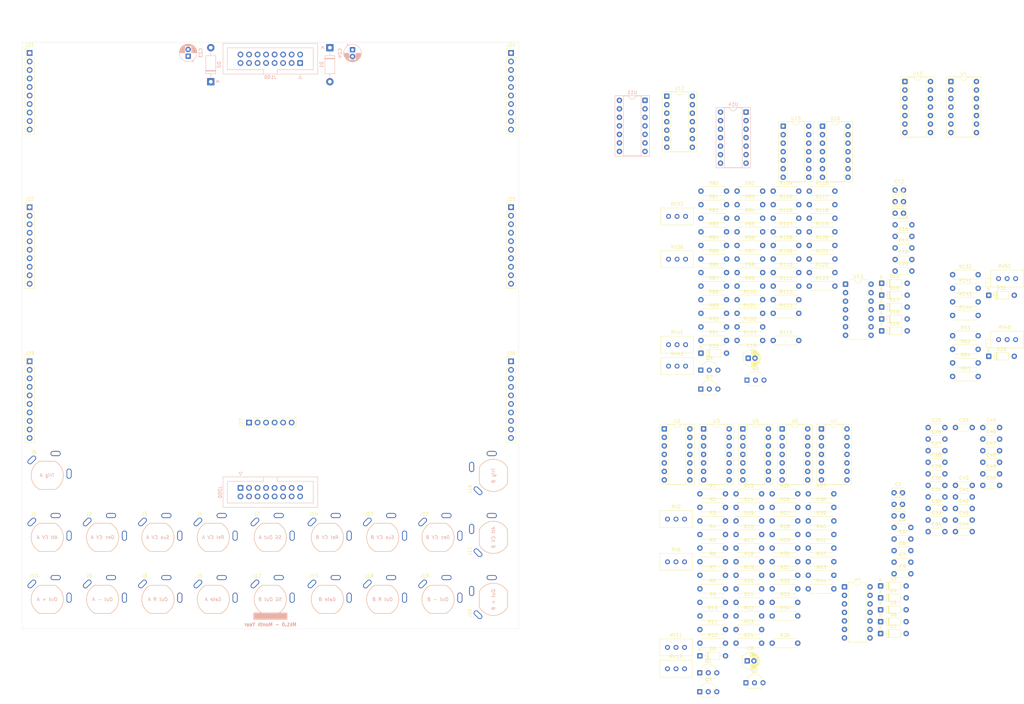
<source format=kicad_pcb>
(kicad_pcb (version 20241229) (generator "pcbnew") (generator_version "9.0")
  (title_block (rev "1") (company "DMH Instruments") (comment 1 "15cm Kosmo format synthesizer module PCB"))
  (layers (0 "F.Cu" signal) (2 "B.Cu" signal) (13 "F.Paste" user) (15 "B.Paste" user) (5 "F.SilkS" user "F.Silkscreen") (7 "B.SilkS" user "B.Silkscreen") (1 "F.Mask" user) (3 "B.Mask" user) (25 "Edge.Cuts" user))
  (net 0 "")
  (net 1 "GND")
  (net 2 "Net-(D3-A)")
  (net 3 "Net-(D4-A)")
  (net 4 "/Core Circuit A/Loop")
  (net 5 "Net-(D3-K)")
  (net 6 "/Core Circuit A/Proc Gate")
  (net 7 "Net-(D5-K)")
  (net 8 "Net-(D6-K)")
  (net 9 "Net-(D15-A)")
  (net 10 "Net-(D16-A)")
  (net 11 "Net-(D15-K)")
  (net 12 "Net-(U5B-+)")
  (net 13 "/Core Circuit B/Proc Gate")
  (net 14 "Net-(D18-K)")
  (net 15 "Net-(D17-K)")
  (net 16 "+12V")
  (net 17 "-12V")
  (net 18 "Net-(D1-K)")
  (net 19 "Net-(D2-A)")
  (net 20 "Net-(D5-A)")
  (net 21 "Net-(D6-A)")
  (net 22 "Net-(D7-A)")
  (net 23 "Net-(D7-K)")
  (net 24 "Net-(D8-A)")
  (net 25 "Net-(D17-A)")
  (net 26 "Net-(D18-A)")
  (net 27 "Net-(D19-K)")
  (net 28 "Net-(D19-A)")
  (net 29 "Net-(D20-A)")
  (net 30 "Net-(J200-Pin_9)")
  (net 31 "Net-(J200-Pin_10)")
  (net 32 "Net-(J200-Pin_11)")
  (net 33 "Net-(J200-Pin_12)")
  (net 34 "/Inputs and Outputs A/Gate A TN")
  (net 35 "/Core Circuit A/Gate")
  (net 36 "/Core Circuit A/Trig")
  (net 37 "Net-(J200-Pin_1)")
  (net 38 "Net-(J200-Pin_2)")
  (net 39 "/Extra Features A/SG Out")
  (net 40 "/Extra Features A/Out R")
  (net 41 "Net-(J200-Pin_3)")
  (net 42 "Net-(U5D-+)")
  (net 43 "Net-(J200-Pin_5)")
  (net 44 "/Core Circuit A/Out")
  (net 45 "/Core Circuit A/Att CV")
  (net 46 "/Core Circuit A/Dec CV")
  (net 47 "/Core Circuit A/Sus CV")
  (net 48 "/Core Circuit A/Rel CV")
  (net 49 "/Core Circuit B/Gate")
  (net 50 "/Core Circuit B/Trig")
  (net 51 "/Inputs and Outputs A/SG Out B")
  (net 52 "/Extra Features B/SG Out")
  (net 53 "/Inputs and Outputs A/Out R B")
  (net 54 "/Extra Features B/Out R")
  (net 55 "/Inputs and Outputs A/Out - B")
  (net 56 "/Inputs and Outputs A/Out + B")
  (net 57 "/Core Circuit B/Out")
  (net 63 "Net-(Q1-C)")
  (net 64 "Net-(Q1-B)")
  (net 65 "/Core Circuit A/Sus Level")
  (net 66 "Net-(Q2-B)")
  (net 67 "Net-(Q2-C)")
  (net 68 "Net-(Q2-E)")
  (net 69 "Net-(Q3-C)")
  (net 70 "Net-(Q3-B)")
  (net 71 "Net-(Q5-C)")
  (net 72 "Net-(Q5-B)")
  (net 73 "/Core Circuit B/Sus Level")
  (net 74 "Net-(Q6-B)")
  (net 75 "Net-(Q6-C)")
  (net 76 "Net-(Q6-E)")
  (net 77 "Net-(Q7-C)")
  (net 78 "Net-(Q7-B)")
  (net 79 "Net-(R12-Pad2)")
  (net 80 "/Core Circuit B/Loop")
  (net 81 "Net-(R14-Pad1)")
  (net 82 "Net-(U14B-+)")
  (net 83 "Net-(R20-Pad1)")
  (net 84 "Main Cap")
  (net 85 "Net-(R25-Pad1)")
  (net 86 "Net-(R27-Pad1)")
  (net 87 "Net-(U14D-+)")
  (net 88 "/Core Circuit A/Rel Proc CV")
  (net 89 "Net-(R32-Pad2)")
  (net 90 "Net-(R33-Pad1)")
  (net 91 "Net-(R38-Pad1)")
  (net 92 "Net-(R42-Pad2)")
  (net 93 "/Core Circuit A/Att Logic")
  (net 94 "/Core Circuit A/Dec Logic")
  (net 95 "/Core Circuit A/Rel Logic")
  (net 96 "Net-(R88-Pad1)")
  (net 97 "Net-(R93-Pad1)")
  (net 98 "Net-(R99-Pad1)")
  (net 99 "Net-(R104-Pad1)")
  (net 100 "Net-(R106-Pad1)")
  (net 101 "Net-(D29-A)")
  (net 102 "/Core Circuit B/Sus CV")
  (net 103 "Net-(R109-Pad1)")
  (net 104 "/Core Circuit B/Rel Proc CV")
  (net 105 "Net-(R111-Pad2)")
  (net 106 "Net-(R112-Pad1)")
  (net 107 "Net-(D30-A)")
  (net 108 "Net-(U6C--)")
  (net 109 "Net-(R117-Pad1)")
  (net 110 "Net-(U6B--)")
  (net 111 "Net-(R121-Pad2)")
  (net 112 "Net-(U5A--)")
  (net 113 "Net-(U7A--)")
  (net 114 "/Core Circuit B/Att Logic")
  (net 115 "/Core Circuit B/Dec Logic")
  (net 116 "/Core Circuit B/Rel Logic")
  (net 117 "Net-(U7C--)")
  (net 118 "/Core Circuit B/Att CV")
  (net 119 "/Core Circuit B/Dec CV")
  (net 120 "/Core Circuit B/Rel CV")
  (net 121 "Net-(U7B--)")
  (net 122 "Net-(U7D--)")
  (net 123 "Net-(U15C--)")
  (net 124 "Net-(U15B--)")
  (net 125 "Net-(U14A--)")
  (net 126 "Net-(U16A--)")
  (net 127 "Net-(U16C--)")
  (net 128 "Net-(U16B--)")
  (net 129 "Net-(U16D--)")
  (net 130 "Net-(U2-Pad3)")
  (net 131 "Net-(U2-Pad13)")
  (net 132 "Net-(J27C-Pin_3)")
  (net 133 "Net-(U3-Pad4)")
  (net 136 "Net-(U11-Pad3)")
  (net 137 "Net-(U11-Pad13)")
  (net 138 "Net-(U12-Pad4)")
  (net 139 "Net-(J27D-Pin_4)")
  (net 142 "Net-(J22G-Pin_7)")
  (net 143 "Net-(J25G-Pin_7)")
  (net 144 "Net-(J21D-Pin_4)")
  (net 145 "Net-(J21E-Pin_5)")
  (net 146 "Net-(J21H-Pin_8)")
  (net 147 "Net-(J21I-Pin_9)")
  (net 148 "Net-(J27A-Pin_1)")
  (net 149 "Net-(J24D-Pin_4)")
  (net 150 "Net-(J24E-Pin_5)")
  (net 151 "Net-(J24H-Pin_8)")
  (net 152 "Net-(J24I-Pin_9)")
  (net 153 "Net-(J27F-Pin_6)")
  (net 154 "Net-(J22F-Pin_6)")
  (net 155 "Net-(J22C-Pin_3)")
  (net 156 "Net-(J22D-Pin_4)")
  (net 157 "Net-(J22E-Pin_5)")
  (net 158 "Net-(J23G-Pin_7)")
  (net 159 "Net-(J23H-Pin_8)")
  (net 160 "Net-(J25C-Pin_3)")
  (net 161 "Net-(J25F-Pin_6)")
  (net 162 "Net-(J25D-Pin_4)")
  (net 163 "Net-(J26H-Pin_8)")
  (net 164 "Net-(J26G-Pin_7)")
  (net 165 "Net-(U1A--)")
  (net 166 "Net-(U1B-+)")
  (net 167 "Net-(U1A-+)")
  (net 168 "Net-(U10A--)")
  (net 169 "Net-(U10B-+)")
  (net 170 "Net-(U10A-+)")
  (net 171 "Net-(J23E-Pin_5)")
  (net 172 "Net-(J26E-Pin_5)")
  (net 173 "Net-(J23D-Pin_4)")
  (net 174 "Net-(J26D-Pin_4)")
  (net 175 "Net-(J23B-Pin_2)")
  (net 176 "Net-(U1D--)")
  (net 177 "Net-(U1C--)")
  (net 178 "Net-(J26B-Pin_2)")
  (net 179 "Net-(U10C--)")
  (net 180 "Net-(R62-Pad1)")
  (net 181 "Net-(R64-Pad2)")
  (net 182 "Net-(U10D--)")
  (net 183 "Net-(R141-Pad1)")
  (net 184 "Net-(R143-Pad2)")
  (footprint "Package_DIP:DIP-14_W7.62mm_Socket" (layer "F.Cu") (at 252.57 157.885)
    (property "Reference" "U6")
    (property "Value" "TL074")
  )
  (footprint "Resistor_THT:R_Axial_DIN0207_L6.3mm_D2.5mm_P7.62mm_Horizontal" (layer "F.Cu") (at 260.68 115.31)
    (property "Reference" "R123")
    (property "Value" "10k")
  )
  (footprint "Capacitor_THT:C_Disc_D4.3mm_W1.9mm_P5.00mm" (layer "F.Cu") (at 312.39 164.395)
    (property "Reference" "C47")
    (property "Value" "100nF")
  )
  (footprint "Resistor_THT:R_Axial_DIN0207_L6.3mm_D2.5mm_P7.62mm_Horizontal" (layer "F.Cu") (at 228.06 217.755)
    (property "Reference" "R11")
    (property "Value" "10k")
  )
  (footprint "Resistor_THT:R_Axial_DIN0207_L6.3mm_D2.5mm_P7.62mm_Horizontal" (layer "F.Cu") (at 249.91 95.06)
    (property "Reference" "R106")
    (property "Value" "470R")
  )
  (footprint "Resistor_THT:R_Axial_DIN0207_L6.3mm_D2.5mm_P7.62mm_Horizontal" (layer "F.Cu") (at 238.83 205.605)
    (property "Reference" "R20")
    (property "Value" "300k")
  )
  (footprint "Resistor_THT:R_Axial_DIN0207_L6.3mm_D2.5mm_P7.62mm_Horizontal" (layer "F.Cu") (at 238.83 209.655)
    (property "Reference" "R21")
    (property "Value" "390k")
  )
  (footprint "Resistor_THT:R_Axial_DIN0207_L6.3mm_D2.5mm_P7.62mm_Horizontal" (layer "F.Cu") (at 260.68 91.01)
    (property "Reference" "R117")
    (property "Value" "10k")
  )
  (footprint "Resistor_THT:R_Axial_DIN0207_L6.3mm_D2.5mm_P7.62mm_Horizontal" (layer "F.Cu") (at 239.14 107.21)
    (property "Reference" "R97")
    (property "Value" "10k")
  )
  (footprint "Resistor_THT:R_Axial_DIN0207_L6.3mm_D2.5mm_P7.62mm_Horizontal" (layer "F.Cu") (at 228.37 107.21)
    (property "Reference" "R85")
    (property "Value" "1M")
  )
  (footprint "Capacitor_THT:C_Disc_D4.3mm_W1.9mm_P5.00mm" (layer "F.Cu") (at 285.94 197.655)
    (property "Reference" "C7")
    (property "Value" "1uF")
  )
  (footprint "Resistor_THT:R_Axial_DIN0207_L6.3mm_D2.5mm_P7.62mm_Horizontal" (layer "F.Cu") (at 239.14 111.26)
    (property "Reference" "R98")
    (property "Value" "100k")
  )
  (footprint "Resistor_THT:R_Axial_DIN0207_L6.3mm_D2.5mm_P7.62mm_Horizontal" (layer "F.Cu") (at 228.37 95.06)
    (property "Reference" "R82")
    (property "Value" "22k")
  )
  (footprint "Diode_THT:D_DO-35_SOD27_P7.62mm_Horizontal" (layer "F.Cu") (at 314.15 136.23)
    (property "Reference" "D29")
    (property "Value" "1N4148")
  )
  (footprint "SynthStuff:CUI_MJ-63052A" (layer "F.Cu") (at 150 208.75)
    (property "Reference" "J19")
    (property "Value" "TS_Jack_6.35mm_Sw")
  )
  (footprint "Resistor_THT:R_Axial_DIN0207_L6.3mm_D2.5mm_P7.62mm_Horizontal" (layer "F.Cu") (at 228.37 131.51)
    (property "Reference" "R91")
    (property "Value" "10k")
  )
  (footprint "SynthStuff:CUI_MJ-63052A" (layer "F.Cu") (at 117 190.25)
    (property "Reference" "J14")
    (property "Value" "TS_Jack_6.35mm_Sw")
  )
  (footprint "Connector_PinHeader_2.54mm:PinHeader_1x06_P2.54mm_Vertical" (layer "F.Cu") (at 93.65 156 90)
    (property "Reference" "J27")
    (property "Value" "Conn_01x06_PinHeader")
  )
  (footprint "Resistor_THT:R_Axial_DIN0207_L6.3mm_D2.5mm_P7.62mm_Horizontal" (layer "F.Cu") (at 260.37 185.355)
    (property "Reference" "R39")
    (property "Value" "499k")
  )
  (footprint "Capacitor_THT:C_Disc_D4.3mm_W1.9mm_P5.00mm" (layer "F.Cu") (at 296.09 174.745)
    (property "Reference" "C30")
    (property "Value" "100nF")
  )
  (footprint "Capacitor_THT:C_Disc_D4.3mm_W1.9mm_P5.00mm" (layer "F.Cu") (at 296.09 185.095)
    (property "Reference" "C33")
    (property "Value" "100nF")
  )
  (footprint "Resistor_THT:R_Axial_DIN0207_L6.3mm_D2.5mm_P7.62mm_Horizontal" (layer "F.Cu") (at 239.14 95.06)
    (property "Reference" "R94")
    (property "Value" "100k")
  )
  (footprint "SynthStuff:CUI_MJ-63052A" (layer "F.Cu") (at 66.5 190.25)
    (property "Reference" "J3")
    (property "Value" "TS_Jack_6.35mm_Sw")
  )
  (footprint "SynthStuff:CUI_MJ-63052A" (layer "F.Cu") (at 33.5 190.25)
    (property "Reference" "J1")
    (property "Value" "TS_Jack_6.35mm_Sw")
  )
  (footprint "Resistor_THT:R_Axial_DIN0207_L6.3mm_D2.5mm_P7.62mm_Horizontal" (layer "F.Cu") (at 238.83 185.355)
    (property "Reference" "R15")
    (property "Value" "100k")
  )
  (footprint "Resistor_THT:R_Axial_DIN0207_L6.3mm_D2.5mm_P7.62mm_Horizontal" (layer "F.Cu") (at 249.6 177.255)
    (property "Reference" "R25")
    (property "Value" "100k")
  )
  (footprint "Diode_THT:D_DO-35_SOD27_P7.62mm_Horizontal" (layer "F.Cu") (at 281.92 204.745)
    (property "Reference" "D3")
    (property "Value" "1N4148")
  )
  (footprint "Potentiometer_THT:Potentiometer_Bourns_3296X_Horizontal" (layer "F.Cu") (at 322.18 131.26)
    (property "Reference" "RV48")
    (property "Value" "100k")
  )
  (footprint "Resistor_THT:R_Axial_DIN0207_L6.3mm_D2.5mm_P7.62mm_Horizontal" (layer "F.Cu") (at 260.68 107.21)
    (property "Reference" "R121")
    (property "Value" "300k")
  )
  (footprint "Resistor_THT:R_Axial_DIN0207_L6.3mm_D2.5mm_P7.62mm_Horizontal" (layer "F.Cu") (at 239.14 115.31)
    (property "Reference" "R99")
    (property "Value" "300k")
  )
  (footprint "Potentiometer_THT:Potentiometer_Bourns_3296W_Vertical" (layer "F.Cu") (at 223.48 229.455)
    (property "Reference" "RV12")
    (property "Value" "50k")
  )
  (footprint "Resistor_THT:R_Axial_DIN0207_L6.3mm_D2.5mm_P7.62mm_Horizontal" (layer "F.Cu") (at 228.37 119.36)
    (property "Reference" "R88")
    (property "Value" "470R")
  )
  (footprint "Resistor_THT:R_Axial_DIN0207_L6.3mm_D2.5mm_P7.62mm_Horizontal" (layer "F.Cu") (at 239.14 123.41)
    (property "Reference" "R101")
    (property "Value" "100k")
  )
  (footprint "SynthStuff:CUI_MJ-63052A" (layer "F.Cu") (at 83 208.75)
    (property "Reference" "J5")
    (property "Value" "TS_Jack_6.35mm_Sw")
  )
  (footprint "Potentiometer_THT:Potentiometer_Bourns_3296W_Vertical" (layer "F.Cu") (at 223.79 139.16)
    (property "Reference" "RV42")
    (property "Value" "50k")
  )
  (footprint "Capacitor_THT:C_Disc_D4.3mm_W1.9mm_P5.00mm" (layer "F.Cu") (at 304.24 181.645)
    (property "Reference" "C42")
    (property "Value" "100nF")
  )
  (footprint "Package_DIP:DIP-14_W7.62mm" (layer "F.Cu") (at 271.15 205.025)
    (property "Reference" "U4")
    (property "Value" "CD4066BE")
  )
  (footprint "Capacitor_THT:C_Disc_D4.3mm_W1.9mm_P5.00mm" (layer "F.Cu") (at 285.94 187.305)
    (property "Reference" "C4")
    (property "Value" "10nF")
  )
  (footprint "Diode_THT:D_DO-35_SOD27_P7.62mm_Horizontal" (layer "F.Cu") (at 282.23 128.65)
    (property "Reference" "D19")
    (property "Value" "1N4148")
  )
  (footprint "Potentiometer_THT:Potentiometer_Bourns_3296W_Vertical" (layer "F.Cu") (at 223.79 94.5)
    (property "Reference" "RV32")
    (property "Value" "50k")
  )
  (footprint "Resistor_THT:R_Axial_DIN0207_L6.3mm_D2.5mm_P7.62mm_Horizontal" (layer "F.Cu") (at 228.06 197.505)
    (property "Reference" "R6")
    (property "Value" "1M")
  )
  (footprint "SynthStuff:CUI_MJ-63052A" (layer "F.Cu") (at 166.5 208.75 90)
    (property "Reference" "J20")
    (property "Value" "TS_Jack_6.35mm_Sw")
  )
  (footprint "Diode_THT:D_DO-35_SOD27_P7.62mm_Horizontal" (layer "F.Cu") (at 282.23 114.45)
    (property "Reference" "D15")
    (property "Value" "1N4148")
  )
  (footprint "SynthStuff:CUI_MJ-63052A" (layer "F.Cu") (at 83 190.25)
    (property "Reference" "J4")
    (property "Value" "TS_Jack_6.35mm_Sw")
  )
  (footprint "Package_DIP:DIP-14_W7.62mm_Socket" (layer "F.Cu") (at 229.15 157.885)
    (property "Reference" "U3")
    (property "Value" "40106")
  )
  (footprint "Capacitor_THT:C_Disc_D4.3mm_W1.9mm_P5.00mm" (layer "F.Cu") (at 296.09 167.845)
    (property "Reference" "C28")
    (property "Value" "100nF")
  )
  (footprint "Resistor_THT:R_Axial_DIN0207_L6.3mm_D2.5mm_P7.62mm_Horizontal" (layer "F.Cu") (at 249.6 201.555)
    (property "Reference" "R31")
    (property "Value" "470R")
  )
  (footprint "Resistor_THT:R_Axial_DIN0207_L6.3mm_D2.5mm_P7.62mm_Horizontal" (layer "F.Cu") (at 260.37 201.555)
    (property "Reference" "R43")
    (property "Value" "390k")
  )
  (footprint "Resistor_THT:R_Axial_DIN0207_L6.3mm_D2.5mm_P7.62mm_Horizontal" (layer "F.Cu") (at 249.91 103.16)
    (property "Reference" "R108")
    (property "Value" "127k")
  )
  (footprint "Resistor_THT:R_Axial_DIN0207_L6.3mm_D2.5mm_P7.62mm_Horizontal" (layer "F.Cu") (at 249.6 209.655)
    (property "Reference" "R33")
    (property "Value" "100k")
  )
  (footprint "Resistor_THT:R_Axial_DIN0207_L6.3mm_D2.5mm_P7.62mm_Horizontal" (layer "F.Cu") (at 249.6 221.805)
    (property "Reference" "R36")
    (property "Value" "10k")
  )
  (footprint "Package_DIP:DIP-14_W7.62mm_Socket" (layer "F.Cu") (at 289.17 54.26)
    (property "Reference" "U10")
    (property "Value" "TL074")
  )
  (footprint "Potentiometer_THT:Potentiometer_Bourns_3296W_Vertical" (layer "F.Cu") (at 223.79 107.26)
    (property "Reference" "RV36")
    (property "Value" "50k")
  )
  (footprint "Resistor_THT:R_Axial_DIN0207_L6.3mm_D2.5mm_P7.62mm_Horizontal" (layer "F.Cu") (at 228.37 103.16)
    (property "Reference" "R84")
    (property "Value" "22k")
  )
  (footprint "Resistor_THT:R_Axial_DIN0207_L6.3mm_D2.5mm_P7.62mm_Horizontal" (layer "F.Cu") (at 239.14 119.36)
    (property "Reference" "R100")
    (property "Value" "390k")
  )
  (footprint "SynthStuff:CUI_MJ-63052A" (layer "F.Cu") (at 133.5 208.75)
    (property "Reference" "J18")
    (property "Value" "TS_Jack_6.35mm_Sw")
  )
  (footprint "Resistor_THT:R_Axial_DIN0207_L6.3mm_D2.5mm_P7.62mm_Horizontal" (layer "F.Cu") (at 249.91 107.21)
    (property "Reference" "R109")
    (property "Value" "100k")
  )
  (footprint "Resistor_THT:R_Axial_DIN0207_L6.3mm_D2.5mm_P7.62mm_Horizontal" (layer "F.Cu") (at 228.37 127.46)
    (property "Reference" "R90")
    (property "Value" "10k")
  )
  (footprint "Resistor_THT:R_Axial_DIN0207_L6.3mm_D2.5mm_P7.62mm_Horizontal" (layer "F.Cu") (at 239.14 127.46)
    (property "Reference" "R102")
    (property "Value" "680R")
  )
  (footprint "Resistor_THT:R_Axial_DIN0207_L6.3mm_D2.5mm_P7.62mm_Horizontal" (layer "F.Cu") (at 239.14 131.51)
    (property "Reference" "R103")
    (property "Value" "100k")
  )
  (footprint "Connector_PinHeader_2.54mm:PinHeader_1x10_P2.54mm_Vertical" (layer "F.Cu") (at 28.25 45.75)
    (property "Reference" "J21")
    (property "Value" "Conn_01x10_PinHeader")
  )
  (footprint "Resistor_THT:R_Axial_DIN0207_L6.3mm_D2.5mm_P7.62mm_Horizontal" (layer "F.Cu") (at 228.06 193.455)
    (property "Reference" "R5")
    (property "Value" "22k")
  )
  (footprint "Resistor_THT:R_Axial_DIN0207_L6.3mm_D2.5mm_P7.62mm_Horizontal" (layer "F.Cu") (at 260.68 111.26)
    (property "Reference" "R122")
    (property "Value" "330k")
  )
  (footprint "Resistor_THT:R_Axial_DIN0207_L6.3mm_D2.5mm_P7.62mm_Horizontal" (layer "F.Cu") (at 228.06 185.355)
    (property "Reference" "R3")
    (property "Value" "22k")
  )
  (footprint "Capacitor_THT:C_Disc_D4.3mm_W1.9mm_P5.00mm" (layer "F.Cu") (at 312.39 157.495)
    (property "Reference" "C45")
    (property "Value" "100nF")
  )
  (footprint "Resistor_THT:R_Axial_DIN0207_L6.3mm_D2.5mm_P7.62mm_Horizontal" (layer "F.Cu") (at 249.6 189.405)
    (property "Reference" "R28")
    (property "Value" "100k")
  )
  (footprint "Capacitor_THT:C_Disc_D4.3mm_W1.9mm_P5.00mm" (layer "F.Cu") (at 286.25 107.36)
    (property "Reference" "C18")
    (property "Value" "1uF")
  )
  (footprint "SynthStuff:CUI_MJ-63052A" (layer "F.Cu") (at 100 190.25)
    (property "Reference" "J7")
    (property "Value" "TS_Jack_6.35mm_Sw")
  )
  (footprint "Package_DIP:DIP-14_W7.62mm_Socket" (layer "F.Cu") (at 218.19 58.635)
    (property "Reference" "U12")
    (property "Value" "40106")
  )
  (footprint "Capacitor_THT:CP_Radial_D5.0mm_P2.00mm" (layer "F.Cu") (at 242.469775 136.81)
    (property "Reference" "C19")
    (property "Value" "10uF")
  )
  (footprint "Capacitor_THT:C_Disc_D4.3mm_W1.9mm_P5.00mm" (layer "F.Cu") (at 304.24 188.545)
    (property "Reference" "C44")
    (property "Value" "100nF")
  )
  (footprint "Package_TO_SOT_THT:TO-92L_Inline_Wide" (layer "F.Cu") (at 242.09 143.34)
    (property "Reference" "Q6")
    (property "Value" "BC558")
  )
  (footprint "Capacitor_THT:C_Disc_D4.3mm_W1.9mm_P5.00mm" (layer "F.Cu") (at 296.09 188.545)
    (property "Reference" "C34")
    (property "Value" "100nF")
  )
  (footprint "Capacitor_THT:C_Disc_D4.3mm_W1.9mm_P5.00mm" (layer "F.Cu") (at 296.09 181.645)
    (property "Reference" "C32")
    (property "Value" "100nF")
  )
  (footprint "Resistor_THT:R_Axial_DIN0207_L6.3mm_D2.5mm_P7.62mm_Horizontal" (layer "F.Cu") (at 228.06 177.255)
    (property "Reference" "R1")
    (property "Value" "100k")
  )
  (footprint "Resistor_THT:R_Axial_DIN0207_L6.3mm_D2.5mm_P7.62mm_Horizontal" (layer "F.Cu") (at 238.83 189.405)
    (property "Reference" "R16")
    (property "Value" "10k")
  )
  (footprint "Resistor_THT:R_Axial_DIN0207_L6.3mm_D2.5mm_P7.62mm_Horizontal" (layer "F.Cu") (at 228.37 111.26)
    (property "Reference" "R86")
    (property "Value" "1M")
  )
  (footprint "Capacitor_THT:C_Disc_D3.8mm_W2.6mm_P2.50mm" (layer "F.Cu") (at 286.25 93.56)
    (property "Reference" "C14")
    (property "Value" "100pF")
  )
  (footprint "Resistor_THT:R_Axial_DIN0207_L6.3mm_D2.5mm_P7.62mm_Horizontal" (layer "F.Cu") (at 228.06 213.705)
    (property "Reference" "R10")
    (property "Value" "10k")
  )
  (footprint "Resistor_THT:R_Axial_DIN0207_L6.3mm_D2.5mm_P7.62mm_Horizontal" (layer "F.Cu") (at 228.37 86.96)
    (property "Reference" "R80")
    (property "Value" "100k")
  )
  (footprint "Capacitor_THT:C_Disc_D4.3mm_W1.9mm_P5.00mm" (layer "F.Cu") (at 312.39 171.295)
    (property "Reference" "C49")
    (property "Value" "100nF")
  )
  (footprint "Resistor_THT:R_Axial_DIN0207_L6.3mm_D2.5mm_P7.62mm_Horizontal" (layer "F.Cu") (at 249.6 181.305)
    (property "Reference" "R26")
    (property "Value" "100k")
  )
  (footprint "Resistor_THT:R_Axial_DIN0207_L6.3mm_D2.5mm_P7.62mm_Horizontal" (layer "F.Cu") (at 303.38 134.15)
    (property "Reference" "R62")
    (property "Value" "100k")
  )
  (footprint "Diode_THT:D_DO-35_SOD27_P7.62mm_Horizontal" (layer "F.Cu") (at 281.92 211.845)
    (property "Reference" "D5")
    (property "Value" "1N4148")
  )
  (footprint "Resistor_THT:R_Axial_DIN0207_L6.3mm_D2.5mm_P7.62mm_Horizontal" (layer "F.Cu") (at 249.91 99.11)
    (property "Reference" "R107")
    (property "Value" "100k")
  )
  (footprint "Resistor_THT:R_Axial_DIN0207_L6.3mm_D2.5mm_P7.62mm_Horizontal" (layer "F.Cu") (at 249.6 213.705)
    (property "Reference" "R34")
    (property "Value" "10k")
  )
  (footprint "Capacitor_THT:C_Disc_D4.3mm_W1.9mm_P5.00mm" (layer "F.Cu") (at 312.39 160.945)
    (property "Reference" "C46")
    (property "Value" "100nF")
  )
  (footprint "Resistor_THT:R_Axial_DIN0207_L6.3mm_D2.5mm_P7.62mm_Horizontal" (layer "F.Cu") (at 238.83 221.805)
    (property "Reference" "R24")
    (property "Value" "100k")
  )
  (footprint "Resistor_THT:R_Axial_DIN0207_L6.3mm_D2.5mm_P7.62mm_Horizontal" (layer "F.Cu") (at 303.38 111.9)
    (property "Reference" "R132")
    (property "Value" "100k")
  )
  (footprint "Diode_THT:D_DO-35_SOD27_P7.62mm_Horizontal" (layer "F.Cu") (at 281.92 215.395)
    (property "Reference" "D6")
    (property "Value" "1N4148")
  )
  (footprint "Resistor_THT:R_Axial_DIN0207_L6.3mm_D2.5mm_P7.62mm_Horizontal" (layer "F.Cu") (at 303.38 138.2)
    (property "Reference" "R64")
    (property "Value" "100k")
  )
  (footprint "Capacitor_THT:C_Disc_D3.8mm_W2.6mm_P2.50mm" (layer "F.Cu") (at 286.25 86.66)
    (property "Reference" "C12")
    (property "Value" "100pF")
  )
  (footprint "Capacitor_THT:C_Disc_D4.3mm_W1.9mm_P5.00mm" (layer "F.Cu") (at 296.09 157.495)
    (property "Reference" "C25")
    (property "Value" "100nF")
  )
  (footprint "Resistor_THT:R_Axial_DIN0207_L6.3mm_D2.5mm_P7.62mm_Horizontal" (layer "F.Cu") (at 260.68 99.11)
    (property "Reference" "R119")
    (property "Value" "390k")
  )
  (footprint "Resistor_THT:R_Axial_DIN0207_L6.3mm_D2.5mm_P7.62mm_Horizontal" (layer "F.Cu") (at 249.91 86.96)
    (property "Reference" "R104")
    (property "Value" "100k")
  )
  (footprint "Capacitor_THT:C_Disc_D3.8mm_W2.6mm_P2.50mm" (layer "F.Cu") (at 285.94 176.955)
    (property "Reference" "C1")
    (property "Value" "100pF")
  )
  (footprint "Resistor_THT:R_Axial_DIN0207_L6.3mm_D2.5mm_P7.62mm_Horizontal" (layer "F.Cu") (at 260.68 86.96)
    (property "Reference" "R116")
    (property "Value" "499k")
  )
  (footprint "Capacitor_THT:C_Disc_D4.3mm_W1.9mm_P5.00mm" (layer "F.Cu") (at 304.24 174.745)
    (property "Reference" "C40")
    (property "Value" "100nF")
  )
  (footprint "SynthStuff:CUI_MJ-63052A" (layer "F.Cu") (at 66.5 208.75)
    (property "Reference" "J8")
    (property "Value" "TS_Jack_6.35mm_Sw")
  )
  (footprint "Resistor_THT:R_Axial_DIN0207_L6.3mm_D2.5mm_P7.62mm_Horizontal" (layer "F.Cu") (at 260.37 205.605)
    (property "Reference" "R44")
    (property "Value" "10k")
  )
  (footprint "Resistor_THT:R_Axial_DIN0207_L6.3mm_D2.5mm_P7.62mm_Horizontal" (layer "F.Cu") (at 260.37 181.305)
    (property "Reference" "R38")
    (property "Value" "10k")
  )
  (footprint "Resistor_THT:R_Axial_DIN0207_L6.3mm_D2.5mm_P7.62mm_Horizontal" (layer "F.Cu") (at 228.37 99.11)
    (property "Reference" "R83")
    (property "Value" "100k")
  )
  (footprint "Connector_PinHeader_2.54mm:PinHeader_1x10_P2.54mm_Vertical" (layer "F.Cu") (at 171.75 137.75)
    (property "Reference" "J26")
    (property "Value" "Conn_01x10_PinHeader")
  )
  (footprint "Potentiometer_THT:Potentiometer_Bourns_3296X_Horizontal" (layer "F.Cu") (at 322.18 113.06)
    (property "Reference" "RV52")
    (property "Value" "100k")
  )
  (footprint "Package_TO_SOT_THT:TO-92L_Inline_Wide" (layer "F.Cu") (at 241.78 233.635)
    (property "Reference" "Q2")
    (property "Value" "BC558")
  )
  (footprint "Resistor_THT:R_Axial_DIN0207_L6.3mm_D2.5mm_P7.62mm_Horizontal" (layer "F.Cu") (at 249.91 111.26)
    (property "Reference" "R110")
    (property "Value" "470R")
  )
  (footprint "Resistor_THT:R_Axial_DIN0207_L6.3mm_D2.5mm_P7.62mm_Horizontal" (layer "F.Cu") (at 238.83 197.505)
    (property "Reference" "R18")
    (property "Value" "10k")
  )
  (footprint "Resistor_THT:R_Axial_DIN0207_L6.3mm_D2.5mm_P7.62mm_Horizontal" (layer "F.Cu") (at 238.83 213.705)
    (property "Reference" "R22")
    (property "Value" "100k")
  )
  (footprint "Capacitor_THT:CP_Radial_D5.0mm_P2.00mm" (layer "F.Cu") (at 242.159775 227.105)
    (property "Reference" "C8")
    (property "Value" "10uF")
  )
  (footprint "Connector_PinHeader_2.54mm:PinHeader_1x10_P2.54mm_Vertical" (layer "F.Cu") (at 28.25 137.75)
    (property "Reference" "J23")
    (property "Value" "Conn_01x10_PinHeader")
  )
  (footprint "Potentiometer_THT:Potentiometer_Bourns_3296W_Vertical" (layer "F.Cu") (at 223.48 184.795)
    (property "Reference" "RV2")
    (property "Value" "50k")
  )
  (footprint "Capacitor_THT:C_Disc_D3.8mm_W2.6mm_P2.50mm" (layer "F.Cu") (at 285.94 180.405)
    (property "Reference" "C2")
    (property "Value" "100pF")
  )
  (footprint "Potentiometer_THT:Potentiometer_Bourns_3296W_Vertical" (layer "F.Cu") (at 223.48 223.075)
    (property "Reference" "RV11")
    (property "Value" "10k")
  )
  (footprint "Capacitor_THT:C_Disc_D4.3mm_W1.9mm_P5.00mm" (layer "F.Cu") (at 286.25 97.01)
    (property "Reference" "C15")
    (property "Value" "10nF")
  )
  (footprint "SynthStuff:CUI_MJ-63052A" (layer "F.Cu") (at 33.5 208.75)
    (property "Reference" "J10")
    (property "Value" "TS_Jack_6.35mm_Sw")
  )
  (footprint "SynthStuff:CUI_MJ-63052A" (layer "F.Cu") (at 133.5 190.25)
    (property "Reference" "J13")
    (property "Value" "TS_Jack_6.35mm_Sw")
  )
  (footprint "Capacitor_THT:C_Disc_D4.3mm_W1.9mm_P5.00mm" (layer "F.Cu") (at 304.24 178.195)
    (property "Reference" "C41")
    (property "Value" "100nF")
  )
  (footprint "Resistor_THT:R_Axial_DIN0207_L6.3mm_D2.5mm_P7.62mm_Horizontal" (layer "F.Cu") (at 228.06 209.655)
    (property "Reference" "R9")
    (property "Value" "470R")
  )
  (footprint "Resistor_THT:R_Axial_DIN0207_L6.3mm_D2.5mm_P7.62mm_Horizontal" (layer "F.Cu") (at 303.38 142.25)
    (property "Reference" "R65")
    (property "Value" "1k")
  )
  (footprint "Diode_THT:D_DO-35_SOD27_P7.62mm_Horizontal" (layer "F.Cu") (at 282.23 118)
    (property "Reference" "D16")
    (property "Value" "1N4148")
  )
  (footprint "Diode_THT:D_DO-35_SOD27_P7.62mm_Horizontal" (layer "F.Cu") (at 282.23 121.55)
    (property "Reference" "D17")
    (property "Value" "1N4148")
  )
  (footprint "Diode_THT:D_DO-35_SOD27_P7.62mm_Horizontal" (layer "F.Cu") (at 228.37 135.31)
    (property "Reference" "D20")
    (property "Value" "ZPD10")
  )
  (footprint "Capacitor_THT:C_Disc_D3.8mm_W2.6mm_P2.50mm" (layer "F.Cu") (at 286.25 90.11)
    (property "Reference" "C13")
    (property "Value" "100pF")
  )
  (footprint "Capacitor_THT:C_Disc_D4.3mm_W1.9mm_P5.00mm" (layer "F.Cu") (at 286.25 103.91)
    (property "Reference" "C17")
    (property "Value" "1nF")
  )
  (footprint "Resistor_THT:R_Axial_DIN0207_L6.3mm_D2.5mm_P7.62mm_Horizontal" (layer "F.Cu") (at 260.37 189.405)
    (property "Reference" "R40")
    (property "Value" "390k")
  )
  (footprint "Resistor_THT:R_Axial_DIN0207_L6.3mm_D2.5mm_P7.62mm_Horizontal" (layer "F.Cu") (at 228.06 205.605)
    (property "Reference" "R8")
    (property "Value" "22k")
  )
  (footprint "Connector_PinHeader_2.54mm:PinHeader_1x10_P2.54mm_Vertical" (layer "F.Cu") (at 171.75 91.75)
    (property "Reference" "J25")
    (property "Value" "Conn_01x10_PinHeader")
  )
  (footprint "Resistor_THT:R_Axial_DIN0207_L6.3mm_D2.5mm_P7.62mm_Horizontal" (layer "F.Cu") (at 249.6 197.505)
    (property "Reference" "R30")
    (property "Value" "100k")
  )
  (footprint "Capacitor_THT:C_Disc_D4.3mm_W1.9mm_P5.00mm" (layer "F.Cu") (at 286.25 100.46)
    (property "Reference" "C16")
    (property "Value" "1nF")
  )
  (footprint "SynthStuff:CUI_MJ-63052A" (layer "F.Cu") (at 33.5 171.75)
    (property "Reference" "J6")
    (property "Value" "TS_Jack_6.35mm_Sw")
  )
  (footprint "Resistor_THT:R_Axial_DIN0207_L6.3mm_D2.5mm_P7.62mm_Horizontal" (layer "F.Cu") (at 249.6 193.455)
    (property "Reference" "R29")
    (property "Value" "127k")
  )
  (footprint "Package_DIP:DIP-14_W7.62mm_Socket" (layer "F.Cu") (at 217.44 157.885)
    (property "Reference" "U2")
    (property "Value" "4001")
  )
  (footprint "Resistor_THT:R_Axial_DIN0207_L6.3mm_D2.5mm_P7.62mm_Horizontal" (layer "F.Cu") (at 239.14 86.96)
    (property "Reference" "R92")
    (property "Value" "499k")
  )
  (footprint "Resistor_THT:R_Axial_DIN0207_L6.3mm_D2.5mm_P7.62mm_Horizontal" (layer "F.Cu") (at 249.6 205.605)
    (property "Reference" "R32")
    (property "Value" "100k")
  )
  (footprint "Capacitor_THT:C_Disc_D4.3mm_W1.9mm_P5.00mm" (layer "F.Cu") (at 296.09 178.195)
    (property "Reference" "C31")
    (property "Value" "100nF")
  )
  (footprint "Resistor_THT:R_Axial_DIN0207_L6.3mm_D2.5mm_P7.62mm_Horizontal" (layer "F.Cu") (at 238.83 181.305)
    (property "Reference" "R14")
    (property "Value" "10k")
  )
  (footprint "Package_DIP:DIP-14_W7.62mm_Socket" (layer "F.Cu") (at 264.59 67.59)
    (property "Reference" "U16")
    (property "Value" "TL074")
  )
  (footprint "Resistor_THT:R_Axial_DIN0207_L6.3mm_D2.5mm_P7.62mm_Horizontal" (layer "F.Cu") (at 238.83 177.255)
    (property "Reference" "R13")
    (property "Value" "499k")
  )
  (footprint "Resistor_THT:R_Axial_DIN0207_L6.3mm_D2.5mm_P7.62mm_Horizontal" (layer "F.Cu") (at 303.38 124.05)
    (property "Reference" "R144")
    (property "Value" "1k")
  )
  (footprint "Diode_THT:D_DO-35_SOD27_P7.62mm_Horizontal" (layer "F.Cu") (at 281.92 208.295)
    (property "Reference" "D4")
    (property "Value" "1N4148")
  )
  (footprint "Resistor_THT:R_Axial_DIN0207_L6.3mm_D2.5mm_P7.62mm_Horizontal" (layer "F.Cu") (at 239.14 99.11)
    (property "Reference" "R95")
    (property "Value" "10k")
  )
  (footprint "Resistor_THT:R_Axial_DIN0207_L6.3mm_D2.5mm_P7.62mm_Horizontal" (layer "F.Cu") (at 303.38 115.95)
    (property "Reference" "R141")
    (property "Value" "100k")
  )
  (footprint "Resistor_THT:R_Axial_DIN0207_L6.3mm_D2.5mm_P7.62mm_Horizontal" (layer "F.Cu") (at 303.38 130.1)
    (property "Reference" "R53")
    (property "Value" "100k")
  )
  (footprint "Resistor_THT:R_Axial_DIN0207_L6.3mm_D2.5mm_P7.62mm_Horizontal" (layer "F.Cu") (at 239.14 103.16)
    (property "Reference" "R96")
    (property "Value" "10k")
  )
  (footprint "Capacitor_THT:C_Disc_D4.3mm_W1.9mm_P5.00mm" (layer "F.Cu") (at 312.39 174.745)
    (property "Reference" "C50")
    (property "Value" "100nF")
  )
  (footprint "Capacitor_THT:C_Disc_D4.3mm_W1.9mm_P5.00mm" (layer "F.Cu") (at 285.94 194.205)
    (property "Reference" "C6")
    (property "Value" "1nF")
  )
  (footprint "Resistor_THT:R_Axial_DIN0207_L6.3mm_D2.5mm_P7.62mm_Horizontal" (layer "F.Cu") (at 249.6 185.355)
    (property "Reference" "R27")
    (property "Value" "470R")
  )
  (footprint "Resistor_THT:R_Axial_DIN0207_L6.3mm_D2.5mm_P7.62mm_Horizontal" (layer "F.Cu") (at 228.06 181.305)
    (property "Reference" "R2")
    (property "Value" "100k")
  )
  (footprint "Resistor_THT:R_Axial_DIN0207_L6.3mm_D2.5mm_P7.62mm_Horizontal" (layer "F.Cu") (at 228.06 201.555)
    (property "Reference" "R7")
    (property "Value" "1M")
  )
  (footprint "Package_DIP:DIP-14_W7.62mm" (layer "F.Cu") (at 271.46 114.73)
    (property "Reference" "U13")
    (property "Value" "CD4066BE")
  )
  (footprint "Diode_THT:D_DO-35_SOD27_P7.62mm_Horizontal" (layer "F.Cu") (at 228.06 225.605)
    (property "Reference" "D8")
    (property "Value" "ZPD10")
  )
  (footprint "Diode_THT:D_DO-35_SOD27_P7.62mm_Horizontal" (layer "F.Cu") (at 281.92 218.945)
    (property "Reference" "D7")
    (property "Value" "1N4148")
  )
  (footprint "Resistor_THT:R_Axial_DIN0207_L6.3mm_D2.5mm_P7.62mm_Horizontal" (layer "F.Cu") (at 249.91 91.01)
    (property "Reference" "R105")
    (property "Value" "100k")
  )
  (footprint "Package_TO_SOT_THT:TO-92L_Inline_Wide" (layer "F.Cu") (at 228.01 230.655)
    (property "Reference" "Q1")
    (property "Value" "BC548")
  )
  (footprint "Capacitor_THT:C_Disc_D4.3mm_W1.9mm_P5.00mm" (layer "F.Cu") (at 285.94 190.755)
    (property "Reference" "C5")
    (property "Value" "1nF")
  )
  (footprint "Resistor_THT:R_Axial_DIN0207_L6.3mm_D2.5mm_P7.62mm_Horizontal" (layer "F.Cu") (at 238.83 193.455)
    (property "Reference" "R17")
    (property "Value" "10k")
  )
  (footprint "Resistor_THT:R_Axial_DIN0207_L6.3mm_D2.5mm_P7.62mm_Horizontal" (layer "F.Cu") (at 260.37 197.505)
    (property "Reference" "R42")
    (property "Value" "300k")
  )
  (footprint "Capacitor_THT:C_Disc_D4.3mm_W1.9mm_P5.00mm" (layer "F.Cu") (at 285.94 201.105)
    (property "Reference" "C9")
    (property "Value" "100nF")
  )
  (footprint "Connector_PinHeader_2.54mm:PinHeader_1x10_P2.54mm_Vertical" (layer "F.Cu") (at 28.25 91.75)
    (property "Reference" "J22")
    (property "Value" "Conn_01x10_PinHeader")
  )
  (footprint "Resistor_THT:R_Axial_DIN0207_L6.3mm_D2.5mm_P7.62mm_Horizontal" (layer "F.Cu") (at 238.83 201.555)
    (property "Reference" "R19")
    (property "Value" "100k")
  )
  (footprint "Resistor_THT:R_Axial_DIN0207_L6.3mm_D2.5mm_P7.62mm_Horizontal" (layer "F.Cu") (at 249.91 115.31)
    (property "Reference" "R111")
    (property "Value" "100k")
  )
  (footprint "Resistor_THT:R_Axial_DIN0207_L6.3mm_D2.5mm_P7.62mm_Horizontal" (layer "F.Cu") (at 228.06 221.805)
    (property "Reference" "R12")
    (property "Value" "10k")
  )
  (footprint "Package_DIP:DIP-14_W7.62mm_Socket" (layer "F.Cu") (at 264.28 157.885)
    (property "Reference" "U7")
    (property "Value" "TL074")
  )
  (footprint "Resistor_THT:R_Axial_DIN0207_L6.3mm_D2.5mm_P7.62mm_Horizontal" (layer "F.Cu") (at 239.14 91.01)
    (property "Reference" "R93")
    (property "Value" "10k")
  )
  (footprint "Capacitor_THT:C_Disc_D3.8mm_W2.6mm_P2.50mm" (layer "F.Cu") (at 285.94 183.855)
    (property "Reference" "C3")
    (property "Value" "100pF")
  )
  (footprint "Diode_THT:D_DO-35_SOD27_P7.62mm_Horizontal" (layer "F.Cu") (at 282.23 125.1)
    (property "Reference" "D18")
    (property "Value" "1N4148")
  )
  (footprint "Resistor_THT:R_Axial_DIN0207_L6.3mm_D2.5mm_P7.62mm_Horizontal" (layer "F.Cu") (at 249.91 131.51)
    (property "Reference" "R115")
    (property "Value" "10k")
  )
  (footprint "Resistor_THT:R_Axial_DIN0207_L6.3mm_D2.5mm_P7.62mm_Horizontal" (layer "F.Cu") (at 228.37 91.01)
    (property "Reference" "R81")
    (property "Value" "100k")
  )
  (footprint "Capacitor_THT:C_Disc_D4.3mm_W1.9mm_P5.00mm" (layer "F.Cu") (at 296.09 171.295)
    (property "Reference" "C29")
    (property "Value" "100nF")
  )
  (footprint "Package_DIP:DIP-14_W7.62mm_Socket" (layer "F.Cu") (at 240.86 157.885)
    (property "Reference" "U5")
    (property "Value" "TL074")
  )
  (footprint "Package_TO_SOT_THT:TO-92L_Inline_Wide" (layer "F.Cu") (at 228.32 140.36)
    (property "Reference" "Q5")
    (property "Value" "BC548")
  )
  (footprint "Capacitor_THT:C_Disc_D4.3mm_W1.9mm_P5.00mm" (layer "F.Cu") (at 304.24 185.095)
    (property "Reference" "C43")
    (property "Value" "100nF")
  )
  (footprint "SynthStuff:CUI_MJ-63052A" (layer "F.Cu") (at 150 190.25)
    (property "Reference" "J12")
    (property "Value" "TS_Jack_6.35mm_Sw")
  )
  (footprint "Package_TO_SOT_THT:TO-92L_Inline_Wide" (layer "F.Cu") (at 228.32 146.01)
    (property "Reference" "Q7")
    (property "Value" "BC548")
  )
  (footprint "Resistor_THT:R_Axial_DIN0207_L6.3mm_D2.5mm_P7.62mm_Horizontal" (layer "F.Cu") (at 228.37 123.41)
    (property "Reference" "R89")
    (property "Value" "10k")
  )
  (footprint "Resistor_THT:R_Axial_DIN0207_L6.3mm_D2.5mm_P7.62mm_Horizontal" (layer "F.Cu") (at 228.06 189.405)
    (property "Reference" "R4")
    (property "Value" "100k")
  )
  (footprint "Potentiometer_THT:Potentiometer_Bourns_3296W_Vertical" (layer "F.Cu") (at 223.48 197.555)
    (property "Reference" "RV6")
    (property "Value" "50k")
  )
  (footprint "Resistor_THT:R_Axial_DIN0207_L6.3mm_D2.5mm_P7.62mm_Horizontal" (layer "F.Cu") (at 303.38 120)
    (property "Reference" "R143")
    (property "Value" "100k")
  )
  (footprint "Capacitor_THT:C_Disc_D4.3mm_W1.9mm_P5.00mm" (layer "F.Cu") (at 304.24 157.495)
    (property "Reference" "C35")
    (property "Value" "100nF")
  )
  (footprint "Resistor_THT:R_Axial_DIN0207_L6.3mm_D2.5mm_P7.62mm_Horizontal" (layer "F.Cu") (at 260.37 177.255)
    (property "Reference" "R37")
    (property "Value" "499k")
  )
  (footprint "SynthStuff:CUI_MJ-63052A" (layer "F.Cu") (at 50 190.25)
    (property "Reference" "J2")
    (property "Value" "TS_Jack_6.35mm_Sw")
  )
  (footprint "Potentiometer_THT:Potentiometer_Bourns_3296W_Vertical" (layer "F.Cu") (at 223.79 132.78)
    (property "Reference" "RV41")
    (property "Value" "10k")
  )
  (footprint "SynthStuff:CUI_MJ-63052A" (layer "F.Cu") (at 166.5 171.75 90)
    (property "Reference" "J16")
    (property "Value" "TS_Jack_6.35mm_Sw")
  )
  (footprint "Package_DIP:DIP-14_W7.62mm_Socket" (layer "F.Cu") (at 252.88 67.59)
    (property "Reference" "U15")
    (property "Value" "TL074")
  )
  (footprint "Resistor_THT:R_Axial_DIN0207_L6.3mm_D2.5mm_P7.62mm_Horizontal" (layer "F.Cu") (at 260.68 103.16)
    (property "Reference" "R120")
    (property "Value" "10k")
  )
  (footprint "Resistor_THT:R_Axial_DIN0207_L6.3mm_D2.5mm_P7.62mm_Horizontal" (layer "F.Cu") (at 238.83 217.755)
    (property "Reference" "R23")
    (property "Value" "680R")
  )
  (footprint "Capacitor_THT:C_Disc_D4.3mm_W1.9mm_P5.00mm" (layer "F.Cu") (at 296.09 160.945)
    (property "Reference" "C26")
    (property "Value" "100nF")
  )
  (footprint "Resistor_THT:R_Axial_DIN0207_L6.3mm_D2.5mm_P7.62mm_Horizontal" (layer "F.Cu") (at 260.37 193.455)
    (property "Reference" "R41")
    (property "Value" "10k")
  )
  (footprint "Connector_PinHeader_2.54mm:PinHeader_1x10_P2.54mm_Vertical" (layer "F.Cu") (at 171.75 45.75)
    (property "Reference" "J24")
    (property "Value" "Conn_01x10_PinHeader")
  )
  (footprint "SynthStuff:CUI_MJ-63052A" (layer "F.Cu") (at 100 208.75)
    (property "Reference" "J17")
    (property "Value" "TS_Jack_6.35mm_Sw")
  )
  (footprint "Resistor_THT:R_Axial_DIN0207_L6.3mm_D2.5mm_P7.62mm_Horizontal" (layer "F.Cu") (at 260.68 95.06)
    (property "Reference" "R118")
    (property "Value" "499k")
  )
  (footprint "SynthStuff:CUI_MJ-63052A" (layer "F.Cu") (at 166.5 190.25 90)
    (property "Reference" "J11")
    (property "Value" "TS_Jack_6.35mm_Sw")
  )
  (footprint "Resistor_THT:R_Axial_DIN0207_L6.3mm_D2.5mm_P7.62mm_Horizontal" (layer "F.Cu") (at 249.91 123.41)
    (property "Reference" "R113")
    (property "Value" "10k")
  )
  (footprint "Package_DIP:DIP-14_W7.62mm_Socket" (layer "F.Cu") (at 302.88 54.26)
    (property "Reference" "U1")
    (property "Value" "TL074")
  )
  (footprint "Resistor_THT:R_Axial_DIN0207_L6.3mm_D2.5mm_P7.62mm_Horizontal" (layer "F.Cu") (at 228.37 115.31)
    (property "Reference" "R87")
    (property "Value" "22k")
  )
  (footprint "Capacitor_THT:C_Disc_D4.3mm_W1.9mm_P5.00mm" (layer "F.Cu") (at 312.39 167.845)
    (property "Reference" "C48")
    (property "Value" "100nF")
  )
  (footprint "Package_TO_SOT_THT:TO-92L_Inline_Wide" (layer "F.Cu") (at 228.01 236.305)
    (property "Reference" "Q3")
    (property "Value" "BC548")
  )
  (footprint "Capacitor_THT:C_Disc_D4.3mm_W1.9mm_P5.00mm" (layer "F.Cu") (at 286.25 110.81)
    (property "Reference" "C20")
    (property "Value" "100nF")
  )
  (footprint "SynthStuff:CUI_MJ-63052A" (layer "F.Cu") (at 117 208.75)
    (property "Reference" "J15")
    (property "Value" "TS_Jack_6.35mm_Sw")
  )
  (footprint "Resistor_THT:R_Axial_DIN0207_L6.3mm_D2.5mm_P7.62mm_Horizontal" (layer "F.Cu") (at 249.91 119.36)
    (property "Reference" "R112")
    (property "Value" "100k")
  )
  (footprint "SynthStuff:CUI_MJ-63052A" (layer "F.Cu") (at 50 208.75)
    (property "Reference" "J9")
    (property "Value" "TS_Jack_6.35mm_Sw")
  )
  (footprint "Capacitor_THT:C_Disc_D4.3mm_W1.9mm_P5.00mm" (layer "F.Cu") (at 296.09 164.395)
    (property "Reference" "C27")
    (property "Value" "100nF")
  )
  (footprint "Diode_THT:D_DO-35_SOD27_P7.62mm_Horizontal" (layer "F.Cu") (at 314.15 118.03)
    (property "Reference" "D30")
    (property "Value" "1N4148")
  )
  (footprint "Package_DIP:DIP-14_W7.62mm_Socket" (layer "B.Cu") (at 241.81 63.385 180)
    (property "Reference" "U14")
    (property "Value" "TL074")
  )
  (footprint "Package_DIP:DIP-14_W7.62mm_Socket" (layer "B.Cu") (at 211.69 59.885 180)
    (property "Reference" "U11")
    (property "Value" "4001")
  )
  (footprint "Capacitor_THT:CP_Radial_D5.0mm_P2.00mm" (layer "B.Cu") (at 75.5 46.705113 90)
    (property "Reference" "C23")
    (property "Value" "47uF")
  )
  (footprint "Diode_THT:D_DO-41_SOD81_P10.16mm_Horizontal" (layer "B.Cu") (at 117.75 44.17 -90)
    (property "Reference" "D1")
    (property "Value" "SB140-")
  )
  (footprint "Capacitor_THT:CP_Radial_D5.0mm_P2.00mm" (layer "B.Cu") (at 124.5 44.794888 -90)
    (property "Reference" "C24")
    (property "Value" "47uF")
  )
  (footprint "SynthStuff:IDC-Header_2x08_P2.54mm_Vertical_BackBone" (layer "B.Cu") (at 91.11 175.4975 -90)
    (property "Reference" "J200")
    (property "Value" "IDC_02x08")
  )
  (footprint "SynthStuff:IDC-Header_2x08_P2.54mm_Vertical_Eurorack" (layer "B.Cu") (at 108.89 48.7525 90)
    (property "Reference" "J100")
    (property "Value" "IDC_02x08")
  )
  (footprint "Diode_THT:D_DO-41_SOD81_P10.16mm_Horizontal" (layer "B.Cu") (at 82.25 54.33 90)
    (property "Reference" "D2")
    (property "Value" "SB140+")
  )
  (gr_rect (start 95 212.75) (end 105 214.75) (stroke (width 0.1)) (fill yes) (layer "B.SilkS"))
  (gr_rect (start 26 42.5) (end 174 217.5) (stroke (width 0.05)) (fill no) (layer "Edge.Cuts"))
  (gr_text "Mk1.0 - Month Year" (at 100 216.25 0) (layer "B.SilkS") (effects (font (size 1 1) (thickness 0.25) (bold yes)) (justify mirror)))
)
</source>
